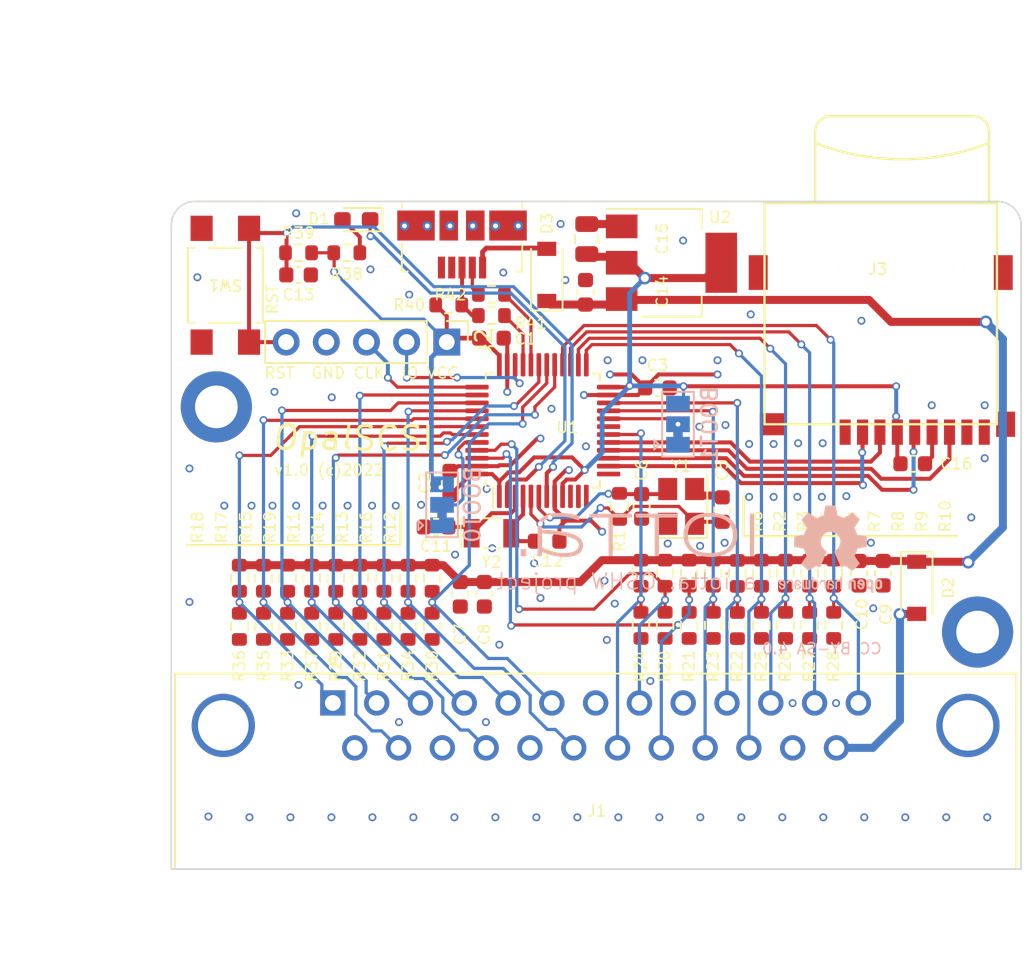
<source format=kicad_pcb>
(kicad_pcb (version 20211014) (generator pcbnew)
  (layers (0 "F.Cu" signal) (31 "B.Cu" signal) (34 "B.Paste" user) (35 "F.Paste" user) (36 "B.SilkS" user "B.Silkscreen") (37 "F.SilkS" user "F.Silkscreen") (38 "B.Mask" user) (39 "F.Mask" user) (44 "Edge.Cuts" user))
  (net 0 "")
  (net 1 "GND")
  (net 2 "/SCSI_REQ")
  (net 3 "/SCSI_MSG")
  (net 4 "/SCSI_IO")
  (net 5 "/SCSI_RST")
  (net 6 "/SCSI_ACK")
  (net 7 "/SCSI_BSY")
  (net 8 "/SCSI_DAT0")
  (net 9 "/SCSI_DAT3")
  (net 10 "/SCSI_DAT5")
  (net 11 "/SCSI_DAT6")
  (net 12 "/SCSI_DAT7")
  (net 13 "/SCSI_CD")
  (net 14 "/SCSI_ATN")
  (net 15 "/SCSI_SEL")
  (net 16 "/SCSI_DBP")
  (net 17 "/SCSI_DAT1")
  (net 18 "/SCSI_DAT2")
  (net 19 "/SCSI_DAT4")
  (net 20 "/TERM_PWR")
  (net 21 "+5V")
  (net 22 "/PC13_LED")
  (net 23 "/LFXO1")
  (net 24 "/LFXO2")
  (net 25 "/HFXO1")
  (net 26 "/HFXO2")
  (net 27 "/~{RESET}")
  (net 28 "/BOOT1")
  (net 29 "/BOOT0")
  (net 30 "/SD_CS")
  (net 31 "/SD_MOSI")
  (net 32 "/SD_CLK")
  (net 33 "/SD_MISO")
  (net 34 "VCC")
  (net 35 "Net-(D1-Pad2)")
  (net 36 "/SWD_IO")
  (net 37 "/SWD_CLK")
  (net 38 "/USB_D+")
  (net 39 "/USB_D-")
  (net 40 "Net-(TP1-Pad1)")
  (net 41 "Net-(TP2-Pad1)")
  (net 42 "Net-(TP3-Pad1)")
  (net 43 "Net-(TP4-Pad1)")
  (net 44 "Net-(TP5-Pad1)")
  (net 45 "Net-(D3-Pad2)")
  (net 48 "Net-(J4-Pad2)")
  (net 49 "Net-(J4-Pad3)")
  (footprint "Capacitor_SMD:C_0603_1608Metric" (layer "F.Cu") (at 125.65 78.1 180)
    (fp_text reference "C16")
    (fp_text value "100n")
  )
  (footprint "Resistor_SMD:R_0603_1608Metric" (layer "F.Cu") (at 99 68.725)
    (fp_text reference "R41")
    (fp_text value "20")
  )
  (footprint "Crystal:Crystal_SMD_3225-4Pin_3.2x2.5mm" (layer "F.Cu") (at 111 80.8 90)
    (fp_text reference "Y1")
    (fp_text value "8Mhz")
  )
  (footprint "Resistor_SMD:R_0603_1608Metric" (layer "F.Cu") (at 89.85 64.75 180)
    (fp_text reference "R38")
    (fp_text value "300")
  )
  (footprint "Capacitor_SMD:C_0603_1608Metric" (layer "F.Cu") (at 98.552 86.36 -90)
    (fp_text reference "C8")
    (fp_text value "1u")
  )
  (footprint "Button_Switch_SMD:SW_SPST_TL3305B" (layer "F.Cu") (at 82.169 66.802 90)
    (fp_text reference "SW1")
    (fp_text value "RST")
  )
  (footprint "Resistor_SMD:R_0603_1608Metric" (layer "F.Cu") (at 90.678 88.392 90)
    (fp_text reference "R32")
    (fp_text value "330")
  )
  (footprint "Crystal:Crystal_SMD_MicroCrystal_CC7V-T1A-2Pin_3.2x1.5mm" (layer "F.Cu") (at 99 82.5)
    (fp_text reference "Y2")
    (fp_text value "CM7V-T1A-32.768k-9pF-20PPM-TA-QA T3")
  )
  (footprint "MountingHole:MountingHole_2.7mm_M2.5_ISO14580_Pad" (layer "F.Cu") (at 81.6 74.5)
    (fp_text reference "H2" hide)
    (fp_text value "MH")
  )
  (footprint "Resistor_SMD:R_0603_1608Metric" (layer "F.Cu") (at 108.458 88.329 90)
    (fp_text reference "R24")
    (fp_text value "330")
  )
  (footprint "Resistor_SMD:R_0603_1608Metric" (layer "F.Cu") (at 111.506 85.027 -90)
    (fp_text reference "R3")
    (fp_text value "220")
  )
  (footprint "Capacitor_SMD:C_0603_1608Metric" (layer "F.Cu") (at 122.25 85.026999 90)
    (fp_text reference "C10")
    (fp_text value "100n")
  )
  (footprint "Capacitor_SMD:C_0603_1608Metric" (layer "F.Cu") (at 104.95 67.25 90)
    (fp_text reference "C14")
    (fp_text value "10u")
  )
  (footprint "iotta_footprints:USB_Micro-B_2_Holes" (layer "F.Cu") (at 97.14 64.225 180)
    (fp_text reference "J4" hide)
    (fp_text value "USB_B_Micro")
  )
  (footprint "Resistor_SMD:R_0603_1608Metric" (layer "F.Cu") (at 107.1 80.8 90)
    (fp_text reference "R1")
    (fp_text value "1M")
  )
  (footprint "Capacitor_SMD:C_0603_1608Metric" (layer "F.Cu") (at 96.375 79.325 -90)
    (fp_text reference "C2")
    (fp_text value "100n")
  )
  (footprint "Resistor_SMD:R_0603_1608Metric" (layer "F.Cu") (at 95.250001 85.344 -90)
    (fp_text reference "R12")
    (fp_text value "220")
  )
  (footprint "Resistor_SMD:R_0603_1608Metric" (layer "F.Cu") (at 96.3 68.05)
    (fp_text reference "R40")
    (fp_text value "1.5k")
  )
  (footprint "Resistor_SMD:R_0603_1608Metric" (layer "F.Cu") (at 117.602 88.328999 90)
    (fp_text reference "R26")
    (fp_text value "330")
  )
  (footprint "Resistor_SMD:R_0603_1608Metric" (layer "F.Cu") (at 86.106 88.392001 90)
    (fp_text reference "R33")
    (fp_text value "330")
  )
  (footprint "Capacitor_SMD:C_0603_1608Metric" (layer "F.Cu") (at 109.5 73.3)
    (fp_text reference "C3")
    (fp_text value "100n")
  )
  (footprint "Resistor_SMD:R_0603_1608Metric" (layer "F.Cu") (at 89.154 88.392001 90)
    (fp_text reference "R29")
    (fp_text value "330")
  )
  (footprint "Capacitor_SMD:C_0603_1608Metric" (layer "F.Cu") (at 123.774 85.026999 -90)
    (fp_text reference "C9")
    (fp_text value "1u")
  )
  (footprint "Resistor_SMD:R_0603_1608Metric" (layer "F.Cu") (at 117.602001 85.026999 -90)
    (fp_text reference "R8")
    (fp_text value "220")
  )
  (footprint "Resistor_SMD:R_0603_1608Metric" (layer "F.Cu") (at 120.65 88.329 90)
    (fp_text reference "R28")
    (fp_text value "330")
  )
  (footprint "Resistor_SMD:R_0603_1608Metric" (layer "F.Cu") (at 83.058 88.392 90)
    (fp_text reference "R36")
    (fp_text value "330")
  )
  (footprint "Resistor_SMD:R_0603_1608Metric" (layer "F.Cu") (at 87.63 88.392001 90)
    (fp_text reference "R37")
    (fp_text value "330")
  )
  (footprint "Resistor_SMD:R_0603_1608Metric" (layer "F.Cu") (at 86.105999 85.344001 -90)
    (fp_text reference "R15")
    (fp_text value "220")
  )
  (footprint "Resistor_SMD:R_0603_1608Metric" (layer "F.Cu") (at 113.03 88.329 90)
    (fp_text reference "R23")
    (fp_text value "330")
  )
  (footprint "Resistor_SMD:R_0603_1608Metric" (layer "F.Cu") (at 119.126 88.328999 90)
    (fp_text reference "R27")
    (fp_text value "330")
  )
  (footprint "Diode_SMD:D_SOD-123" (layer "F.Cu") (at 125.9 85.95 -90)
    (fp_text reference "D2")
    (fp_text value "1A schottky (e.g. SS0540)")
  )
  (footprint "Diode_SMD:D_SOD-123" (layer "F.Cu") (at 102.5 66.15 90)
    (fp_text reference "D3")
    (fp_text value "1A schottky (e.g. SS0540)")
  )
  (footprint "Connector_Dsub:DSUB-25_Male_Horizontal_P2.77x2.84mm_EdgePinOffset7.70mm_Housed_MountingHolesOffset9.12mm" (layer "F.Cu") (at 88.97 93.24)
    (fp_text reference "J1")
    (fp_text value "Amphenol L717SDB25PA4CH3R")
  )
  (footprint "Resistor_SMD:R_0603_1608Metric" (layer "F.Cu") (at 109.982001 88.329 90)
    (fp_text reference "R20")
    (fp_text value "330")
  )
  (footprint "Resistor_SMD:R_0603_1608Metric" (layer "F.Cu") (at 99 67.375)
    (fp_text reference "R42")
    (fp_text value "20")
  )
  (footprint "Resistor_SMD:R_0603_1608Metric" (layer "F.Cu") (at 120.65 85.026999 -90)
    (fp_text reference "R10")
    (fp_text value "220")
  )
  (footprint "Resistor_SMD:R_0603_1608Metric" (layer "F.Cu") (at 113.03 85.027 -90)
    (fp_text reference "R5")
    (fp_text value "220")
  )
  (footprint "Capacitor_SMD:C_0603_1608Metric" (layer "F.Cu") (at 97.028 86.36 90)
    (fp_text reference "C7")
    (fp_text value "100n")
  )
  (footprint "Package_QFP:LQFP-48_7x7mm_P0.5mm" (layer "F.Cu") (at 102.25 76 90)
    (fp_text reference "U1")
    (fp_text value "STM32F103CBTx")
  )
  (footprint "Resistor_SMD:R_0603_1608Metric" (layer "F.Cu") (at 109.982 85.027 -90)
    (fp_text reference "R2")
    (fp_text value "220")
  )
  (footprint "Resistor_SMD:R_0603_1608Metric" (layer "F.Cu") (at 95.25 88.392 90)
    (fp_text reference "R30")
    (fp_text value "330")
  )
  (footprint "iotta_footprints:Micro_SD_socket_Ebay" (layer "F.Cu") (at 123.623 65.6 180)
    (fp_text reference "J3")
    (fp_text value "Micro_SD_Card")
  )
  (footprint "Resistor_SMD:R_0603_1608Metric" (layer "F.Cu") (at 119.126 85.026999 -90)
    (fp_text reference "R9")
    (fp_text value "220")
  )
  (footprint "Resistor_SMD:R_0603_1608Metric" (layer "F.Cu") (at 90.677999 85.344 -90)
    (fp_text reference "R14")
    (fp_text value "220")
  )
  (footprint "Resistor_SMD:R_0603_1608Metric" (layer "F.Cu") (at 116.078 88.328999 90)
    (fp_text reference "R25")
    (fp_text value "330")
  )
  (footprint "Resistor_SMD:R_0603_1608Metric" (layer "F.Cu") (at 92.202001 85.344 -90)
    (fp_text reference "R13")
    (fp_text value "220")
  )
  (footprint "Resistor_SMD:R_0603_1608Metric" (layer "F.Cu") (at 93.726001 85.344 -90)
    (fp_text reference "R16")
    (fp_text value "220")
  )
  (footprint "Resistor_SMD:R_0603_1608Metric" (layer "F.Cu") (at 83.057999 85.344 -90)
    (fp_text reference "R18")
    (fp_text value "220")
  )
  (footprint "Resistor_SMD:R_0603_1608Metric" (layer "F.Cu") (at 108.458 85.026999 -90)
    (fp_text reference "R6")
    (fp_text value "220")
  )
  (footprint "Capacitor_SMD:C_0603_1608Metric" (layer "F.Cu") (at 95.5 82.1 180)
    (fp_text reference "C11")
    (fp_text value "12pF")
  )
  (footprint "Resistor_SMD:R_0603_1608Metric" (layer "F.Cu") (at 116.078 85.026999 -90)
    (fp_text reference "R7")
    (fp_text value "220")
  )
  (footprint "Resistor_SMD:R_0603_1608Metric" (layer "F.Cu") (at 93.726 88.392 90)
    (fp_text reference "R34")
    (fp_text value "330")
  )
  (footprint "Resistor_SMD:R_0603_1608Metric" (layer "F.Cu") (at 89.153999 85.344001 -90)
    (fp_text reference "R11")
    (fp_text value "220")
  )
  (footprint "Resistor_SMD:R_0603_1608Metric" (layer "F.Cu") (at 87.63 85.344002 -90)
    (fp_text reference "R19")
    (fp_text value "220")
  )
  (footprint "Connector_PinHeader_2.54mm:PinHeader_1x05_P2.54mm_Vertical" (layer "F.Cu") (at 96.175 70.4 -90)
    (fp_text reference "J2")
    (fp_text value "PGM")
  )
  (footprint "Capacitor_SMD:C_0603_1608Metric" (layer "F.Cu") (at 108.5 80.8 -90)
    (fp_text reference "C6")
    (fp_text value "18p")
  )
  (footprint "Capacitor_SMD:C_0805_2012Metric" (layer "F.Cu") (at 105.029 63.881 90)
    (fp_text reference "C15")
    (fp_text value "22u")
  )
  (footprint "MountingHole:MountingHole_2.7mm_M2.5_ISO14580_Pad" (layer "F.Cu") (at 129.75 88.75)
    (fp_text reference "H1" hide)
    (fp_text value "MH")
  )
  (footprint "Resistor_SMD:R_0603_1608Metric" (layer "F.Cu") (at 84.582 88.392001 90)
    (fp_text reference "R35")
    (fp_text value "330")
  )
  (footprint "Resistor_SMD:R_0603_1608Metric" (layer "F.Cu") (at 114.554001 85.0392 -90)
    (fp_text reference "R4")
    (fp_text value "220")
  )
  (footprint "Resistor_SMD:R_0603_1608Metric" (layer "F.Cu") (at 86.8 64.75)
    (fp_text reference "R39")
    (fp_text value "10k")
  )
  (footprint "Capacitor_SMD:C_0603_1608Metric" (layer "F.Cu") (at 102.525 83)
    (fp_text reference "C12")
    (fp_text value "12pF")
  )
  (footprint "Resistor_SMD:R_0603_1608Metric" (layer "F.Cu") (at 92.202 88.392 90)
    (fp_text reference "R31")
    (fp_text value "330")
  )
  (footprint "Resistor_SMD:R_0603_1608Metric" (layer "F.Cu") (at 111.505999 88.329 90)
    (fp_text reference "R21")
    (fp_text value "330")
  )
  (footprint "Resistor_SMD:R_0603_1608Metric" (layer "F.Cu") (at 84.582001 85.344001 -90)
    (fp_text reference "R17")
    (fp_text value "220")
  )
  (footprint "Capacitor_SMD:C_0603_1608Metric" (layer "F.Cu") (at 99 70.15 180)
    (fp_text reference "C1")
    (fp_text value "100n")
  )
  (footprint "LED_SMD:LED_0603_1608Metric_Pad1.05x0.95mm_HandSolder" (layer "F.Cu") (at 90.45 62.65 180)
    (fp_text reference "D1")
    (fp_text value "LED")
  )
  (footprint "Capacitor_SMD:C_0603_1608Metric" (layer "F.Cu") (at 113.6 81 90)
    (fp_text reference "C5")
    (fp_text value "18p")
  )
  (footprint "Capacitor_SMD:C_0603_1608Metric" (layer "F.Cu") (at 86.8 66.15)
    (fp_text reference "C13")
    (fp_text value "1u")
  )
  (footprint "Resistor_SMD:R_0603_1608Metric" (layer "F.Cu") (at 114.554 88.3412 90)
    (fp_text reference "R22")
    (fp_text value "330")
  )
  (footprint "Package_TO_SOT_SMD:SOT-223-3_TabPin2" (layer "F.Cu") (at 110.3884 65.3796)
    (fp_text reference "U2")
    (fp_text value "LT1117-3.3")
  )
  (footprint "Jumper:SolderJumper-3_P1.3mm_Bridged12_Pad1.0x1.5mm" (layer "B.Cu") (at 110.8 75.6 90)
    (fp_text reference "JP2" hide)
    (fp_text value "BOOT1")
  )
  (footprint "iotta_footprints_v6:iotta_logo_15mm" (layer "B.Cu") (at 108.25 82.6 180)
    (fp_text reference "G***" hide)
    (fp_text value "LOGO" hide)
  )
  (footprint "Symbol:OSHW-Logo2_7.3x6mm_SilkScreen" (layer "B.Cu") (at 120.45 83.5 180)
    (fp_text reference "REF**" hide)
    (fp_text value "OSHW-Logo2_7.3x6mm_SilkScreen" hide)
  )
  (footprint "Jumper:SolderJumper-3_P1.3mm_Bridged12_Pad1.0x1.5mm" (layer "B.Cu") (at 95.875 80.7 90)
    (fp_text reference "JP1" hide)
    (fp_text value "BOOT0")
  )
  (gr_line (start 79.75 83.25) (end 93.25 83.25) (layer "F.SilkS") (width 0.15))
  (gr_line (start 114.9505 80.174999) (end 114.9505 82.674999) (layer "F.SilkS") (width 0.15))
  (gr_line (start 93.25 80.75) (end 93.25 83.25) (layer "F.SilkS") (width 0.15))
  (gr_line (start 114.9505 82.674999) (end 128.4505 82.674999) (layer "F.SilkS") (width 0.15))
  (gr_line (start 78.75 103.75) (end 132.5 103.75) (layer "Edge.Cuts") (width 0.1))
  (gr_line (start 78.75 63) (end 78.75 103.75) (layer "Edge.Cuts") (width 0.1))
  (gr_line (start 132.5 103.75) (end 132.5 63) (layer "Edge.Cuts") (width 0.1))
  (gr_arc (start 78.75 63) (mid 79.18934 61.93934) (end 80.25 61.5) (layer "Edge.Cuts") (width 0.1))
  (gr_arc (start 131 61.5) (mid 132.06066 61.93934) (end 132.5 63) (layer "Edge.Cuts") (width 0.1))
  (gr_line (start 131 61.5) (end 80.25 61.5) (layer "Edge.Cuts") (width 0.1))
  (gr_text "CC BY-SA 4.0" (at 119.9 89.8) (layer "B.SilkS") (effects (font (size 0.7 0.7) (thickness 0.1)) (justify mirror)))
  (gr_text "a iotta. OSHW project\n" (at 115.85 85.55) (layer "B.SilkS") (effects (font (size 1 1) (thickness 0.1)) (justify left mirror)))
  (gr_text "v1.0 (c)2022 " (at 89 78.5) (layer "F.SilkS") (effects (font (size 0.7 0.7) (thickness 0.1))))
  (gr_text "SCSI" (at 92.8 76.5) (layer "F.SilkS") (effects (font (size 1.5 1.5) (thickness 0.2))))
  (gr_text "Opal" (at 87.7 76.45) (layer "F.SilkS") (effects (font (size 1.5 1.5) (thickness 0.2) italic)))
  (gr_text "RST  GND CLK  IO VCC" (at 90.775 72.35) (layer "F.SilkS") (effects (font (size 0.7 0.7) (thickness 0.1))))
  (segment (start 105.3 81.7) (end 106 82.4) (width 0.254) (layer "F.Cu") (net 1))
  (segment (start 100 71.8375) (end 100 73.55672) (width 0.254) (layer "F.Cu") (net 1))
  (segment (start 100.209501 78.190499) (end 99.509501 78.190499) (width 0.254) (layer "F.Cu") (net 1))
  (segment (start 103 80.1625) (end 103 79.215139) (width 0.254) (layer "F.Cu") (net 1))
  (segment (start 113.4866 80.1116) (end 113.6 80.225) (width 0.508) (layer "F.Cu") (net 1))
  (segment (start 109.575 72.45) (end 113.3 72.45) (width 0.254) (layer "F.Cu") (net 1))
  (segment (start 100 70.2) (end 99.775 69.975) (width 0.254) (layer "F.Cu") (net 1))
  (segment (start 106.4125 73.75) (end 108.275 73.75) (width 0.254) (layer "F.Cu") (net 1))
  (segment (start 99.45 78.25) (end 98.0875 78.25) (width 0.254) (layer "F.Cu") (net 1))
  (segment (start 103.7 81.7) (end 103.731486 81.7) (width 0.254) (layer "F.Cu") (net 1))
  (segment (start 126.873 77.652) (end 126.425 78.1) (width 0.254) (layer "F.Cu") (net 1))
  (segment (start 107.875 72.45) (end 106.5 72.45) (width 0.254) (layer "F.Cu") (net 1))
  (segment (start 103.5 81.468514) (end 103 80.968514) (width 0.254) (layer "F.Cu") (net 1))
  (segment (start 106.4125 73.75) (end 104.85 73.75) (width 0.254) (layer "F.Cu") (net 1))
  (segment (start 103 79.215139) (end 103.715139 78.5) (width 0.254) (layer "F.Cu") (net 1))
  (segment (start 98.0875 78.25) (end 96.9 78.25) (width 0.254) (layer "F.Cu") (net 1))
  (segment (start 103.5 81.9) (end 103.5 81.468514) (width 0.254) (layer "F.Cu") (net 1))
  (segment (start 101.9 76.5) (end 100.209501 78.190499) (width 0.254) (layer "F.Cu") (net 1))
  (segment (start 111.85 79.7) (end 112.2616 80.1116) (width 0.508) (layer "F.Cu") (net 1))
  (segment (start 103.715139 78.5) (end 103.9 78.5) (width 0.254) (layer "F.Cu") (net 1))
  (segment (start 105.029 62.931) (end 107.0898 62.931) (width 0.508) (layer "F.Cu") (net 1))
  (segment (start 103.3 83) (end 103.3 82.1) (width 0.254) (layer "F.Cu") (net 1))
  (segment (start 96.9 78.25) (end 96.375 78.775) (width 0.254) (layer "F.Cu") (net 1))
  (segment (start 112.2616 80.1116) (end 113.4866 80.1116) (width 0.508) (layer "F.Cu") (net 1))
  (segment (start 103.3 82.1) (end 103.5 81.9) (width 0.254) (layer "F.Cu") (net 1))
  (segment (start 126.873 76.1) (end 126.873 77.652) (width 0.254) (layer "F.Cu") (net 1))
  (segment (start 103 80.968514) (end 103 80.1625) (width 0.254) (layer "F.Cu") (net 1))
  (segment (start 108.275 73.75) (end 108.725 73.3) (width 0.254) (layer "F.Cu") (net 1))
  (segment (start 100 71.8375) (end 100 70.2) (width 0.254) (layer "F.Cu") (net 1))
  (segment (start 108.725 73.3) (end 107.875 72.45) (width 0.254) (layer "F.Cu") (net 1))
  (segment (start 108.725 73.3) (end 109.575 72.45) (width 0.254) (layer "F.Cu") (net 1))
  (segment (start 102.1 76.5) (end 101.9 76.5) (width 0.254) (layer "F.Cu") (net 1))
  (segment (start 103 80.968514) (end 103.731486 81.7) (width 0.254) (layer "F.Cu") (net 1))
  (segment (start 107.0898 62.931) (end 107.2384 63.0796) (width 0.508) (layer "F.Cu") (net 1))
  (segment (start 103.731486 81.7) (end 105.3 81.7) (width 0.254) (layer "F.Cu") (net 1))
  (segment (start 99.509501 78.190499) (end 99.45 78.25) (width 0.254) (layer "F.Cu") (net 1))
  (segment (start 103.3 82.1) (end 103.7 81.7) (width 0.254) (layer "F.Cu") (net 1))
  (via (at 99.75 66) (size 0.5) (drill 0.3) (layers "F.Cu" "B.Cu") (net 1))
  (via (at 88.877893 100.475) (size 0.5) (drill 0.3) (layers "F.Cu" "B.Cu") (net 1))
  (via (at 118.4 76.8) (size 0.5) (drill 0.3) (layers "F.Cu" "B.Cu") (net 1))
  (via (at 82.1 80.75) (size 0.5) (drill 0.3) (layers "F.Cu" "B.Cu") (net 1))
  (via (at 88.9 73.9) (size 0.5) (drill 0.3) (layers "F.Cu" "B.Cu") (net 1))
  (via (at 96.7 83.85) (size 0.5) (drill 0.3) (layers "F.Cu" "B.Cu") (net 1))
  (via (at 101.7 84.4) (size 0.5) (drill 0.3) (layers "F.Cu" "B.Cu") (net 1))
  (via (at 106.5 72.45) (size 0.5) (drill 0.3) (layers "F.Cu" "B.Cu") (net 1))
  (via (at 111.125 63.975) (size 0.5) (drill 0.3) (layers "F.Cu" "B.Cu") (net 1))
  (via (at 106.35 71.55) (size 0.5) (drill 0.3) (layers "F.Cu" "B.Cu") (net 1))
  (via (at 98.65 94.45) (size 0.5) (drill 0.3) (layers "F.Cu" "B.Cu") (net 1))
  (via (at 112.211572 100.475) (size 0.5) (drill 0.3) (layers "F.Cu" "B.Cu") (net 1))
  (via (at 116.85 80.2) (size 0.5) (drill 0.3) (layers "F.Cu" "B.Cu") (net 1))
  (via (at 100 73.55672) (size 0.5) (drill 0.3) (layers "F.Cu" "B.Cu") (net 1))
  (via (at 103.375 62.925) (size 0.5) (drill 0.3) (layers "F.Cu" "B.Cu") (net 1))
  (via (at 113.3 71.55) (size 0.5) (drill 0.3) (layers "F.Cu" "B.Cu") (net 1))
  (via (at 110.15 83.15) (size 0.5) (drill 0.3) (layers "F.Cu" "B.Cu") (net 1))
  (via (at 102.1 86.6) (size 0.5) (drill 0.3) (layers "F.Cu" "B.Cu") (net 1))
  (via (at 116.85 76.85) (size 0.5) (drill 0.3) (layers "F.Cu" "B.Cu") (net 1))
  (via (at 118.05 93.25) (size 0.5) (drill 0.3) (layers "F.Cu" "B.Cu") (net 1))
  (via (at 113.3 72.45) (size 0.5) (drill 0.3) (layers "F.Cu" "B.Cu") (net 1))
  (via (at 120.8 93.25) (size 0.5) (drill 0.3) (layers "F.Cu" "B.Cu") (net 1))
  (via (at 93.15 94.45) (size 0.5) (drill 0.3) (layers "F.Cu" "B.Cu") (net 1))
  (via (at 102.8 74.625) (size 0.5) (drill 0.3) (layers "F.Cu" "B.Cu") (net 1))
  (via (at 114.804203 100.475) (size 0.5) (drill 0.3) (layers "F.Cu" "B.Cu") (net 1))
  (via (at 93.8 67.4) (size 0.5) (drill 0.3) (layers "F.Cu" "B.Cu") (net 1))
  (via (at 85.15 80.75) (size 0.5) (drill 0.3) (layers "F.Cu" "B.Cu") (net 1))
  (via (at 79.9 78.4) (size 0.5) (drill 0.3) (layers "F.Cu" "B.Cu") (net 1))
  (via (at 97.82 63.05) (size 0.6) (drill 0.3) (layers "F.Cu" "B.Cu") (net 1))
  (via (at 94.55 80.7) (size 0.5) (drill 0.3) (layers "F.Cu" "B.Cu") (net 1))
  (via (at 123.15 87.25) (size 0.5) (drill 0.3) (layers "F.Cu" "B.Cu") (net 1))
  (via (at 91.35 65.8) (size 0.5) (drill 0.3) (layers "F.Cu" "B.Cu") (net 1))
  (via (at 94.063155 100.475) (size 0.5) (drill 0.3) (layers "F.Cu" "B.Cu") (net 1))
  (via (at 89.9 80.75) (size 0.5) (drill 0.3) (layers "F.Cu" "B.Cu") (net 1))
  (via (at 104.433679 100.475) (size 0.5) (drill 0.3) (layers "F.Cu" "B.Cu") (net 1))
  (via (at 104.975 77) (size 0.5) (drill 0.3) (layers "F.Cu" "B.Cu") (net 1))
  (via (at 86.8 92.1) (size 0.5) (drill 0.3) (layers "F.Cu" "B.Cu") (net 1))
  (via (at 96.655786 100.475) (size 0.5) (drill 0.3) (layers "F.Cu" "B.Cu") (net 1))
  (via (at 93.5 63.05) (size 0.6) (drill 0.3) (layers "F.Cu" "B.Cu") (net 1))
  (via (at 130.2 77.75) (size 0.5) (drill 0.3) (layers "F.Cu" "B.Cu") (net 1))
  (via (at 80.4 66.3) (size 0.5) (drill 0.3) (layers "F.Cu" "B.Cu") (net 1))
  (via (at 86.65 62.25) (size 0.5) (drill 0.3) (layers "F.Cu" "B.Cu") (net 1))
  (via (at 106 82.4) (size 0.5) (drill 0.3) (layers "F.Cu" "B.Cu") (net 1))
  (via (at 86.65 80.75) (size 0.5) (drill 0.3) (layers "F.Cu" "B.Cu") (net 1))
  (via (at 103.675 66.475) (size 0.5) (drill 0.3) (layers "F.Cu" "B.Cu") (net 1))
  (via (at 112.2 83.3) (size 0.5) (drill 0.3) (layers "F.Cu" "B.Cu") (net 1))
  (via (at 99.248417 100.475) (size 0.5) (drill 0.3) (layers "F.Cu" "B.Cu") (net 1))
  (via (at 108.55 71.55) (size 0.5) (drill 0.3) (layers "F.Cu" "B.Cu") (net 1))
  (via (at 94.94 63.05) (size 0.6) (drill 0.3) (layers "F.Cu" "B.Cu") (net 1))
  (via (at 122.582096 100.475) (size 0.5) (drill 0.3) (layers "F.Cu" "B.Cu") (net 1))
  (via (at 99.26 63.05) (size 0.6) (drill 0.3) (layers "F.Cu" "B.Cu") (net 1))
  (via (at 123 83.1) (size 0.5) (drill 0.3) (layers "F.Cu" "B.Cu") (net 1))
  (via (at 81.1 100.425) (size 0.5) (drill 0.3) (layers "F.Cu" "B.Cu") (net 1))
  (via (at 96.38 63.05) (size 0.6) (drill 0.3) (layers "F.Cu" "B.Cu") (net 1))
  (via (at 115.4 68.65) (size 0.5) (drill 0.3) (layers "F.Cu" "B.Cu") (net 1))
  (via (at 99.5 89.55) (size 0.5) (drill 0.3) (layers "F.Cu" "B.Cu") (net 1))
  (via (at 113.8 75.65) (size 0.5) (drill 0.3) (layers "F.Cu" "B.Cu") (net 1))
  (via (at 100.7 63.05) (size 0.6) (drill 0.3) (layers "F.Cu" "B.Cu") (net 1))
  (via (at 109.05 91.85) (size 0.5) (drill 0.3) (layers "F.Cu" "B.Cu") (net 1))
  (via (at 113.75 83.1) (size 0.5) (drill 0.3) (layers "F.Cu" "B.Cu") (net 1))
  (via (at 119.95 76.8) (size 0.5) (drill 0.3) (layers "F.Cu" "B.Cu") (net 1))
  (via (at 115.3 80.2) (size 0.5) (drill 0.3) (layers "F.Cu" "B.Cu") (net 1))
  (via (at 112.15 75.75) (size 0.5) (drill 0.3) (layers "F.Cu" "B.Cu") (net 1))
  (via (at 83.825 80.75) (size 0.5) (drill 0.3) (layers "F.Cu" "B.Cu") (net 1))
  (via (at 106.3 89.25) (size 0.5) (drill 0.3) (layers "F.Cu" "B.Cu") (net 1))
  (via (at 91.470524 100.475) (size 0.5) (drill 0.3) (layers "F.Cu" "B.Cu") (net 1))
  (via (at 88.325 80.75) (size 0.5) (drill 0.3) (layers "F.Cu" "B.Cu") (net 1))
  (via (at 85.275 73.55) (size 0.5) (drill 0.3) (layers "F.Cu" "B.Cu") (net 1))
  (via (at 104.85 73.75) (size 0.5) (drill 0.3) (layers "F.Cu" "B.Cu") (net 1))
  (via (at 118.35 80.2) (size 0.5) (drill 0.3) (layers "F.Cu" "B.Cu") (net 1))
  (via (at 126.85 74.4) (size 0.5) (drill 0.3) (layers "F.Cu" "B.Cu") (net 1))
  (via (at 119.989465 100.475) (size 0.5) (drill 0.3) (layers "F.Cu" "B.Cu") (net 1))
  (via (at 101.841048 100.475) (size 0.5) (drill 0.3) (layers "F.Cu" "B.Cu") (net 1))
  (via (at 106.8 86.95) (size 0.5) (drill 0.3) (layers "F.Cu" "B.Cu") (net 1))
  (via (at 102.1 76.5) (size 0.5) (drill 0.3) (layers "F.Cu" "B.Cu") (net 1))
  (via (at 130.36 100.475) (size 0.5) (drill 0.3) (layers "F.Cu" "B.Cu") (net 1))
  (via (at 122.4 69.05) (size 0.5) (drill 0.3) (layers "F.Cu" "B.Cu") (net 1))
  (via (at 119.9 80.2) (size 0.5) (drill 0.3) (layers "F.Cu" "B.Cu") (net 1))
  (via (at 125.174727 100.475) (size 0.5) (drill 0.3) (layers "F.Cu" "B.Cu") (net 1))
  (via (at 106.15 85.5) (size 0.5) (drill 0.3) (layers "F.Cu" "B.Cu") (net 1))
  (via (at 129.35 81.5) (size 0.5) (drill 0.3) (layers "F.Cu" "B.Cu") (net 1))
  (via (at 92.95 80.75) (size 0.5) (drill 0.3) (layers "F.Cu" "B.Cu") (net 1))
  (via (at 115.3 76.85) (size 0.5) (drill 0.3) (layers "F.Cu" "B.Cu") (net 1))
  (via (at 121.45 80.15) (size 0.5) (drill 0.3) (layers "F.Cu" "B.Cu") (net 1))
  (via (at 109.618941 100.475) (size 0.5) (drill 0.3) (layers "F.Cu" "B.Cu") (net 1))
  (via (at 79.9 86.85) (size 0.5) (drill 0.3) (layers "F.Cu" "B.Cu") (net 1))
  (via (at 130.2 74.4) (size 0.5) (drill 0.3) (layers "F.Cu" "B.Cu") (net 1))
  (via (at 103.9 78.5) (size 0.5) (drill 0.3) (layers "F.Cu" "B.Cu") (net 1))
  (via (at 127.767358 100.475) (size 0.5) (drill 0.3) (layers "F.Cu" "B.Cu") (net 1))
  (via (at 99.05 83.45) (size 0.5) (drill 0.3) (layers "F.Cu" "B.Cu") (net 1))
  (via (at 83.692631 100.475) (size 0.5) (drill 0.3) (layers "F.Cu" "B.Cu") (net 1))
  (via (at 86.285262 100.475) (size 0.5) (drill 0.3) (layers "F.Cu" "B.Cu") (net 1))
  (via (at 117.396834 100.475) (size 0.5) (drill 0.3) (layers "F.Cu" "B.Cu") (net 1))
  (via (at 91.45 80.75) (size 0.5) (drill 0.3) (layers "F.Cu" "B.Cu") (net 1))
  (via (at 107.02631 100.475) (size 0.5) (drill 0.3) (layers "F.Cu" "B.Cu") (net 1))
  (via (at 98.7 79.7) (size 0.5) (drill 0.3) (layers "F.Cu" "B.Cu") (net 1))
  (segment (start 86.855899 75.754901) (end 85.0392 77.5716) (width 0.2032) (layer "F.Cu") (net 2))
  (segment (start 95.793961 75.747225) (end 95.786286 75.754901) (width 0.2032) (layer "F.Cu") (net 2))
  (segment (start 83.057999 86.169) (end 83.058 87.567) (width 0.2032) (layer "F.Cu") (net 2))
  (segment (start 98.084725 75.747225) (end 95.793961 75.747225) (width 0.2032) (layer "F.Cu") (net 2))
  (segment (start 98.0875 75.75) (end 98.084725 75.747225) (width 0.2032) (layer "F.Cu") (net 2))
  (segment (start 95.786286 75.754901) (end 86.855899 75.754901) (width 0.2032) (layer "F.Cu") (net 2))
  (segment (start 85.0392 77.5716) (end 83.058 77.5716) (width 0.2032) (layer "F.Cu") (net 2))
  (via (at 83.058 77.5716) (size 0.5) (drill 0.3) (layers "F.Cu" "B.Cu") (net 2))
  (via (at 83.058 86.868) (size 0.5) (drill 0.3) (layers "F.Cu" "B.Cu") (net 2))
  (segment (start 88.97 93.24) (end 88.275 92.545) (width 0.2032) (layer "B.Cu") (net 2))
  (segment (start 88.275 92.545) (end 88.275 92.085) (width 0.2032) (layer "B.Cu") (net 2))
  (segment (start 83.058 86.868) (end 83.058 77.5716) (width 0.2032) (layer "B.Cu") (net 2))
  (segment (start 88.275 92.085) (end 83.058 86.868) (width 0.2032) (layer "B.Cu") (net 2))
  (segment (start 86.105999 86.169001) (end 86.106 87.567001) (width 0.2032) (layer "F.Cu") (net 3))
  (segment (start 98.0875 74.25) (end 93.1 74.25) (width 0.2032) (layer "F.Cu") (net 3))
  (segment (start 93.1 74.25) (end 92.6232 74.7268) (width 0.2032) (layer "F.Cu") (net 3))
  (segment (start 92.6232 74.7268) (end 85.7504 74.7268) (width 0.2032) (layer "F.Cu") (net 3))
  (via (at 86.106 86.868) (size 0.5) (drill 0.3) (layers "F.Cu" "B.Cu") (net 3))
  (via (at 85.7504 74.7268) (size 0.5) (drill 0.3) (layers "F.Cu" "B.Cu") (net 3))
  (segment (start 86.106 86.868) (end 85.75 86.512) (width 0.2032) (layer "B.Cu") (net 3))
  (segment (start 85.75 86.512) (end 85.75 74.7272) (width 0.2032) (layer "B.Cu") (net 3))
  (segment (start 91.74 93.24) (end 91.075 92.575) (width 0.2032) (layer "B.Cu") (net 3))
  (segment (start 85.75 74.7272) (end 85.7504 74.7268) (width 0.2032) (layer "B.Cu") (net 3))
  (segment (start 91.075 91.837) (end 86.106 86.868) (width 0.2032) (layer "B.Cu") (net 3))
  (segment (start 91.075 92.575) (end 91.075 91.837) (width 0.2032) (layer "B.Cu") (net 3))
  (segment (start 95.758292 76.3524) (end 87.6808 76.3524) (width 0.2032) (layer "F.Cu") (net 4))
  (segment (start 96.417314 76.149926) (end 95.960766 76.149926) (width 0.2032) (layer "F.Cu") (net 4))
  (segment (start 95.960766 76.149926) (end 95.758292 76.3524) (width 0.2032) (layer "F.Cu") (net 4))
  (segment (start 87.63 86.868) (end 87.63 86.169001) (width 0.2032) (layer "F.Cu") (net 4))
  (segment (start 96.517388 76.25) (end 96.417314 76.149926) (width 0.2032) (layer "F.Cu") (net 4))
  (segment (start 98.0875 76.25) (end 96.517388 76.25) (width 0.2032) (layer "F.Cu") (net 4))
  (segment (start 87.63 87.567) (end 87.63 86.868) (width 0.2032) (layer "F.Cu") (net 4))
  (via (at 87.63 86.868) (size 0.5) (drill 0.3) (layers "F.Cu" "B.Cu") (net 4))
  (via (at 87.6808 76.3524) (size 0.5) (drill 0.3) (layers "F.Cu" "B.Cu") (net 4))
  (segment (start 94.002 93.24) (end 87.63 86.868) (width 0.2032) (layer "B.Cu") (net 4))
  (segment (start 94.51 93.24) (end 94.002 93.24) (width 0.2032) (layer "B.Cu") (net 4))
  (segment (start 87.63 86.868) (end 87.63 76.4032) (width 0.2032) (layer "B.Cu") (net 4))
  (segment (start 87.63 76.4032) (end 87.6808 76.3524) (width 0.2032) (layer "B.Cu") (net 4))
  (segment (start 90.677999 86.169) (end 90.678 87.567) (width 0.2032) (layer "F.Cu") (net 5))
  (segment (start 90.713579 73.75) (end 90.672319 73.79126) (width 0.2032) (layer "F.Cu") (net 5))
  (segment (start 98.0875 73.75) (end 90.713579 73.75) (width 0.2032) (layer "F.Cu") (net 5))
  (via (at 90.678 86.868) (size 0.5) (drill 0.3) (layers "F.Cu" "B.Cu") (net 5))
  (via (at 90.672319 73.79126) (size 0.5) (drill 0.3) (layers "F.Cu" "B.Cu") (net 5))
  (segment (start 97.05 93.24) (end 90.678 86.868) (width 0.2032) (layer "B.Cu") (net 5))
  (segment (start 97.28 93.24) (end 97.05 93.24) (width 0.2032) (layer "B.Cu") (net 5))
  (segment (start 90.678 73.796941) (end 90.672319 73.79126) (width 0.2032) (layer "B.Cu") (net 5))
  (segment (start 90.678 86.868) (end 90.678 73.796941) (width 0.2032) (layer "B.Cu") (net 5))
  (segment (start 96.090066 76.8) (end 96.18904 76.701026) (width 0.2032) (layer "F.Cu") (net 6))
  (segment (start 100.484389 74.446105) (end 100.429576 74.446105) (width 0.2032) (layer "F.Cu") (net 6))
  (segment (start 102 71.8375) (end 102 72.930494) (width 0.2032) (layer "F.Cu") (net 6))
  (segment (start 92.202001 86.169) (end 92.202 87.567) (width 0.2032) (layer "F.Cu") (net 6))
  (segment (start 102 72.930494) (end 100.484389 74.446105) (width 0.2032) (layer "F.Cu") (net 6))
  (segment (start 92.25 77) (end 92.45 76.8) (width 0.2032) (layer "F.Cu") (net 6))
  (segment (start 92.45 76.8) (end 96.090066 76.8) (width 0.2032) (layer "F.Cu") (net 6))
  (via (at 92.202 86.868) (size 0.5) (drill 0.3) (layers "F.Cu" "B.Cu") (net 6))
  (via (at 96.18904 76.701026) (size 0.5) (drill 0.3) (layers "F.Cu" "B.Cu") (net 6))
  (via (at 100.429576 74.446105) (size 0.5) (drill 0.3) (layers "F.Cu" "B.Cu") (net 6))
  (via (at 92.25 77) (size 0.5) (drill 0.3) (layers "F.Cu" "B.Cu") (net 6))
  (segment (start 96.302349 76.587717) (end 96.18904 76.701026) (width 0.2032) (layer "B.Cu") (net 6))
  (segment (start 92.202 77.048) (end 92.25 77) (width 0.2032) (layer "B.Cu") (net 6))
  (segment (start 92.202 86.868) (end 96.959 91.625) (width 0.2032) (layer "B.Cu") (net 6))
  (segment (start 100.429576 74.446105) (end 98.653831 74.446105) (width 0.2032) (layer "B.Cu") (net 6))
  (segment (start 98.653831 74.446105) (end 96.512219 76.587717) (width 0.2032) (layer "B.Cu") (net 6))
  (segment (start 98.435 91.625) (end 100.05 93.24) (width 0.2032) (layer "B.Cu") (net 6))
  (segment (start 92.202 86.868) (end 92.202 77.048) (width 0.2032) (layer "B.Cu") (net 6))
  (segment (start 96.512219 76.587717) (end 96.302349 76.587717) (width 0.2032) (layer "B.Cu") (net 6))
  (segment (start 96.959 91.625) (end 98.435 91.625) (width 0.2032) (layer "B.Cu") (net 6))
  (segment (start 100.975 74.525) (end 100.975 75.575) (width 0.2032) (layer "F.Cu") (net 7))
  (segment (start 95.25 86.169) (end 95.249999 87.567) (width 0.2032) (layer "F.Cu") (net 7))
  (segment (start 102.5 71.8375) (end 102.5 73) (width 0.2032) (layer "F.Cu") (net 7))
  (segment (start 102.5 73) (end 100.975 74.525) (width 0.2032) (layer "F.Cu") (net 7))
  (via (at 100.975 75.575) (size 0.5) (drill 0.3) (layers "F.Cu" "B.Cu") (net 7))
  (via (at 95.25 86.868) (size 0.5) (drill 0.3) (layers "F.Cu" "B.Cu") (net 7))
  (segment (start 97.6 84.518) (end 97.6 76.8) (width 0.2032) (layer "B.Cu") (net 7))
  (segment (start 95.25 86.868) (end 98.806 90.424) (width 0.2032) (layer "B.Cu") (net 7))
  (segment (start 100.004 90.424) (end 102.82 93.24) (width 0.2032) (layer "B.Cu") (net 7))
  (segment (start 98.825 75.575) (end 100.975 75.575) (width 0.2032) (layer "B.Cu") (net 7))
  (segment (start 97.6 76.8) (end 98.825 75.575) (width 0.2032) (layer "B.Cu") (net 7))
  (segment (start 98.806 90.424) (end 100.004 90.424) (width 0.2032) (layer "B.Cu") (net 7))
  (segment (start 95.25 86.868) (end 97.6 84.518) (width 0.2032) (layer "B.Cu") (net 7))
  (segment (start 109.18 85.05) (end 107.75 85.05) (width 0.2032) (layer "F.Cu") (net 8))
  (segment (start 98.0875 77.25) (end 99.229124 77.25) (width 0.2032) (layer "F.Cu") (net 8))
  (segment (start 109.982 85.852) (end 109.982001 86.715599) (width 0.2032) (layer "F.Cu") (net 8))
  (segment (start 109.982 85.852) (end 109.18 85.05) (width 0.2032) (layer "F.Cu") (net 8))
  (segment (start 109.982001 86.715599) (end 109.982001 87.504) (width 0.2032) (layer "F.Cu") (net 8))
  (segment (start 107.75 85.05) (end 105.5 87.3) (width 0.2032) (layer "F.Cu") (net 8))
  (segment (start 99.229124 77.25) (end 99.618724 76.8604) (width 0.2032) (layer "F.Cu") (net 8))
  (segment (start 105.5 87.3) (end 100.7511 87.3) (width 0.2032) (layer "F.Cu") (net 8))
  (segment (start 99.618724 76.8604) (end 100.2792 76.8604) (width 0.2032) (layer "F.Cu") (net 8))
  (via (at 100.7511 87.3) (size 0.5) (drill 0.3) (layers "F.Cu" "B.Cu") (net 8))
  (via (at 100.2792 76.8604) (size 0.5) (drill 0.3) (layers "F.Cu" "B.Cu") (net 8))
  (via (at 109.982001 86.715599) (size 0.5) (drill 0.3) (layers "F.Cu" "B.Cu") (net 8))
  (segment (start 100.602701 87.151601) (end 100.7511 87.3) (width 0.2032) (layer "B.Cu") (net 8))
  (segment (start 100.2792 76.8604) (end 100.602701 77.183901) (width 0.2032) (layer "B.Cu") (net 8))
  (segment (start 108.36 88.3376) (end 109.982001 86.715599) (width 0.2032) (layer "B.Cu") (net 8))
  (segment (start 108.36 93.24) (end 108.36 88.3376) (width 0.2032) (layer "B.Cu") (net 8))
  (segment (start 100.602701 77.183901) (end 100.602701 87.151601) (width 0.2032) (layer "B.Cu") (net 8))
  (segment (start 114.554001 86.664801) (end 114.554 87.5162) (width 0.2032) (layer "F.Cu") (net 9))
  (segment (start 114.554001 85.8642) (end 114.554001 86.664801) (width 0.2032) (layer "F.Cu") (net 9))
  (segment (start 114.55 74.25) (end 106.4125 74.25) (width 0.2032) (layer "F.Cu") (net 9))
  (via (at 114.554001 86.664801) (size 0.5) (drill 0.3) (layers "F.Cu" "B.Cu") (net 9))
  (via (at 114.55 74.25) (size 0.5) (drill 0.3) (layers "F.Cu" "B.Cu") (net 9))
  (segment (start 114.554001 74.254001) (end 114.55 74.25) (width 0.2032) (layer "B.Cu") (net 9))
  (segment (start 113.9 87.3188) (end 114.554001 86.664801) (width 0.2032) (layer "B.Cu") (net 9))
  (segment (start 113.9 93.24) (end 113.9 87.3188) (width 0.2032) (layer "B.Cu") (net 9))
  (segment (start 114.554001 86.664801) (end 114.554001 74.254001) (width 0.2032) (layer "B.Cu") (net 9))
  (segment (start 104.5 71.8375) (end 104.5 70.850895) (width 0.2032) (layer "F.Cu") (net 10))
  (segment (start 117.602001 85.851999) (end 117.602001 86.613999) (width 0.2032) (layer "F.Cu") (net 10))
  (segment (start 117.602001 86.613999) (end 117.602 87.503999) (width 0.2032) (layer "F.Cu") (net 10))
  (segment (start 104.5 70.850895) (end 105.192396 70.158499) (width 0.2032) (layer "F.Cu") (net 10))
  (segment (start 105.192396 70.158499) (end 115.980099 70.158499) (width 0.2032) (layer "F.Cu") (net 10))
  (segment (start 115.980099 70.158499) (end 116.6368 70.8152) (width 0.2032) (layer "F.Cu") (net 10))
  (via (at 117.602001 86.613999) (size 0.5) (drill 0.3) (layers "F.Cu" "B.Cu") (net 10))
  (via (at 116.6368 70.8152) (size 0.5) (drill 0.3) (layers "F.Cu" "B.Cu") (net 10))
  (segment (start 117.602001 86.613999) (end 117.602001 71.780401) (width 0.2032) (layer "B.Cu") (net 10))
  (segment (start 117.602001 71.780401) (end 116.6368 70.8152) (width 0.2032) (layer "B.Cu") (net 10))
  (segment (start 116.67 93.24) (end 116.67 87.546) (width 0.2032) (layer "B.Cu") (net 10))
  (segment (start 116.67 87.546) (end 117.602001 86.613999) (width 0.2032) (layer "B.Cu") (net 10))
  (segment (start 119.126 85.851999) (end 119.126 86.614) (width 0.2032) (layer "F.Cu") (net 11))
  (segment (start 104 71.8375) (end 104 70.78139) (width 0.2032) (layer "F.Cu") (net 11))
  (segment (start 119.126 86.614) (end 119.126 87.503999) (width 0.2032) (layer "F.Cu") (net 11))
  (segment (start 117.805798 69.755798) (end 118.6 70.55) (width 0.2032) (layer "F.Cu") (net 11))
  (segment (start 104 70.78139) (end 105.025592 69.755798) (width 0.2032) (layer "F.Cu") (net 11))
  (segment (start 105.025592 69.755798) (end 117.805798 69.755798) (width 0.2032) (layer "F.Cu") (net 11))
  (via (at 118.6 70.55) (size 0.5) (drill 0.3) (layers "F.Cu" "B.Cu") (net 11))
  (via (at 119.126 86.614) (size 0.5) (drill 0.3) (layers "F.Cu" "B.Cu") (net 11))
  (segment (start 119.44 93.24) (end 119.44 86.928) (width 0.2032) (layer "B.Cu") (net 11))
  (segment (start 119.126 71.076) (end 118.6 70.55) (width 0.2032) (layer "B.Cu") (net 11))
  (segment (start 119.126 86.614) (end 119.126 71.076) (width 0.2032) (layer "B.Cu") (net 11))
  (segment (start 119.44 86.928) (end 119.126 86.614) (width 0.2032) (layer "B.Cu") (net 11))
  (segment (start 103.5 71.8375) (end 103.5 70.711885) (width 0.2032) (layer "F.Cu") (net 12))
  (segment (start 120.65 86.614) (end 120.65 87.504) (width 0.2032) (layer "F.Cu") (net 12))
  (segment (start 104.858788 69.353097) (end 119.553097 69.353097) (width 0.2032) (layer "F.Cu") (net 12))
  (segment (start 103.5 70.711885) (end 104.858788 69.353097) (width 0.2032) (layer "F.Cu") (net 12))
  (segment (start 119.553097 69.353097) (end 120.45 70.25) (width 0.2032) (layer "F.Cu") (net 12))
  (segment (start 120.65 85.851999) (end 120.65 86.614) (width 0.2032) (layer "F.Cu") (net 12))
  (via (at 120.65 86.614) (size 0.5) (drill 0.3) (layers "F.Cu" "B.Cu") (net 12))
  (via (at 120.45 70.25) (size 0.5) (drill 0.3) (layers "F.Cu" "B.Cu") (net 12))
  (segment (start 120.65 70.45) (end 120.45 70.25) (width 0.2032) (layer "B.Cu") (net 12))
  (segment (start 122.21 88.174) (end 120.65 86.614) (width 0.2032) (layer "B.Cu") (net 12))
  (segment (start 120.65 86.614) (end 120.65 70.45) (width 0.2032) (layer "B.Cu") (net 12))
  (segment (start 122.21 93.24) (end 122.21 88.174) (width 0.2032) (layer "B.Cu") (net 12))
  (segment (start 98.0875 75.25) (end 94.080474 75.25) (width 0.2032) (layer "F.Cu") (net 13))
  (segment (start 84.582001 86.169001) (end 84.582 87.567001) (width 0.2032) (layer "F.Cu") (net 13))
  (segment (start 93.978274 75.3522) (end 84.5978 75.3522) (width 0.2032) (layer "F.Cu") (net 13))
  (segment (start 84.5978 75.3522) (end 84.582 75.3364) (width 0.2032) (layer "F.Cu") (net 13))
  (segment (start 94.080474 75.25) (end 93.978274 75.3522) (width 0.2032) (layer "F.Cu") (net 13))
  (via (at 84.582 86.868) (size 0.5) (drill 0.3) (layers "F.Cu" "B.Cu") (net 13))
  (via (at 84.582 75.3364) (size 0.5) (drill 0.3) (layers "F.Cu" "B.Cu") (net 13))
  (segment (start 84.582 86.868) (end 84.582 75.3364) (width 0.2032) (layer "B.Cu") (net 13))
  (segment (start 90.424 93.98) (end 91.447 95.003) (width 0.2032) (layer "B.Cu") (net 13))
  (segment (start 93.125 96.08) (end 92.048 95.003) (width 0.2032) (layer "B.Cu") (net 13))
  (segment (start 90.424 92.202) (end 90.424 93.98) (width 0.2032) (layer "B.Cu") (net 13))
  (segment (start 89.339 91.625) (end 89.847 91.625) (width 0.2032) (layer "B.Cu") (net 13))
  (segment (start 89.847 91.625) (end 90.424 92.202) (width 0.2032) (layer "B.Cu") (net 13))
  (segment (start 92.048 95.003) (end 91.447 95.003) (width 0.2032) (layer "B.Cu") (net 13))
  (segment (start 84.582 86.868) (end 89.339 91.625) (width 0.2032) (layer "B.Cu") (net 13))
  (segment (start 89.3269 77.5511) (end 96.0489 77.5511) (width 0.2032) (layer "F.Cu") (net 14))
  (segment (start 101.75 74.5) (end 101.75 75) (width 0.2032) (layer "F.Cu") (net 14))
  (segment (start 89.153999 86.169001) (end 89.154 87.567001) (width 0.2032) (layer "F.Cu") (net 14))
  (segment (start 103 71.8375) (end 103 73.25) (width 0.2032) (layer "F.Cu") (net 14))
  (segment (start 103 73.25) (end 101.75 74.5) (width 0.2032) (layer "F.Cu") (net 14))
  (segment (start 89.154 77.724) (end 89.3269 77.5511) (width 0.2032) (layer "F.Cu") (net 14))
  (segment (start 96.0489 77.5511) (end 96.05 77.55) (width 0.2032) (layer "F.Cu") (net 14))
  (via (at 89.154 86.868) (size 0.5) (drill 0.3) (layers "F.Cu" "B.Cu") (net 14))
  (via (at 101.75 75) (size 0.5) (drill 0.3) (layers "F.Cu" "B.Cu") (net 14))
  (via (at 89.154 77.724) (size 0.5) (drill 0.3) (layers "F.Cu" "B.Cu") (net 14))
  (via (at 96.05 77.55) (size 0.5) (drill 0.3) (layers "F.Cu" "B.Cu") (net 14))
  (segment (start 98.665 96.08) (end 97.535 94.95) (width 0.2032) (layer "B.Cu") (net 14))
  (segment (start 95.925 93.825) (end 95.925 92.925) (width 0.2032) (layer "B.Cu") (net 14))
  (segment (start 96.370712 77.309201) (end 96.129913 77.55) (width 0.2032) (layer "B.Cu") (net 14))
  (segment (start 97.535 94.95) (end 97.05 94.95) (width 0.2032) (layer "B.Cu") (net 14))
  (segment (start 96.129913 77.55) (end 96.05 77.55) (width 0.2032) (layer "B.Cu") (net 14))
  (segment (start 89 86.714) (end 89 77.878) (width 0.2032) (layer "B.Cu") (net 14))
  (segment (start 101.75 75) (end 98.669441 75) (width 0.2032) (layer "B.Cu") (net 14))
  (segment (start 93.98 91.694) (end 89.154 86.868) (width 0.2032) (layer "B.Cu") (net 14))
  (segment (start 98.669441 75) (end 96.370712 77.298729) (width 0.2032) (layer "B.Cu") (net 14))
  (segment (start 94.694 91.694) (end 93.98 91.694) (width 0.2032) (layer "B.Cu") (net 14))
  (segment (start 97.05 94.95) (end 95.925 93.825) (width 0.2032) (layer "B.Cu") (net 14))
  (segment (start 95.925 92.925) (end 94.694 91.694) (width 0.2032) (layer "B.Cu") (net 14))
  (segment (start 89.154 86.868) (end 89 86.714) (width 0.2032) (layer "B.Cu") (net 14))
  (segment (start 89 77.878) (end 89.154 77.724) (width 0.2032) (layer "B.Cu") (net 14))
  (segment (start 96.370712 77.298729) (end 96.370712 77.309201) (width 0.2032) (layer "B.Cu") (net 14))
  (segment (start 98.0875 74.75) (end 93.8011 74.75) (width 0.2032) (layer "F.Cu") (net 15))
  (segment (start 93.8011 74.75) (end 93.75 74.8011) (width 0.2032) (layer "F.Cu") (net 15))
  (segment (start 93.726001 86.169) (end 93.726 87.567) (width 0.2032) (layer "F.Cu") (net 15))
  (via (at 93.75 74.8011) (size 0.5) (drill 0.3) (layers "F.Cu" "B.Cu") (net 15))
  (via (at 93.726 86.868) (size 0.5) (drill 0.3) (layers "F.Cu" "B.Cu") (net 15))
  (segment (start 104.205 96.08) (end 103.04 94.915) (width 0.2032) (layer "B.Cu") (net 15))
  (segment (start 93.726 86.868) (end 93.726 74.8251) (width 0.2032) (layer "B.Cu") (net 15))
  (segment (start 101.45 92.75) (end 99.75 91.05) (width 0.2032) (layer "B.Cu") (net 15))
  (segment (start 103.04 94.915) (end 102.535 94.915) (width 0.2032) (layer "B.Cu") (net 15))
  (segment (start 102.535 94.915) (end 101.45 93.83) (width 0.2032) (layer "B.Cu") (net 15))
  (segment (start 101.45 93.83) (end 101.45 92.75) (width 0.2032) (layer "B.Cu") (net 15))
  (segment (start 93.726 74.8251) (end 93.75 74.8011) (width 0.2032) (layer "B.Cu") (net 15))
  (segment (start 97.908 91.05) (end 93.726 86.868) (width 0.2032) (layer "B.Cu") (net 15))
  (segment (start 99.75 91.05) (end 97.908 91.05) (width 0.2032) (layer "B.Cu") (net 15))
  (segment (start 108.458 86.6648) (end 108.458 87.504) (width 0.2032) (layer "F.Cu") (net 16))
  (segment (start 106.4125 76.25) (end 108.3815 76.25) (width 0.2032) (layer "F.Cu") (net 16))
  (segment (start 108.458 85.851999) (end 108.458 86.6648) (width 0.2032) (layer "F.Cu") (net 16))
  (segment (start 108.3815 76.25) (end 108.458 76.1735) (width 0.2032) (layer "F.Cu") (net 16))
  (via (at 108.458 86.6648) (size 0.5) (drill 0.3) (layers "F.Cu" "B.Cu") (net 16))
  (via (at 108.458 76.1735) (size 0.5) (drill 0.3) (layers "F.Cu" "B.Cu") (net 16))
  (segment (start 106.975 88.1478) (end 108.458 86.6648) (width 0.2032) (layer "B.Cu") (net 16))
  (segment (start 106.975 96.08) (end 106.975 88.1478) (width 0.2032) (layer "B.Cu") (net 16))
  (segment (start 108.458 86.6648) (end 108.458 76.1735) (width 0.2032) (layer "B.Cu") (net 16))
  (segment (start 111.505999 86.715599) (end 111.505999 87.504) (width 0.2032) (layer "F.Cu") (net 17))
  (segment (start 111.506 85.852) (end 111.505999 86.715599) (width 0.2032) (layer "F.Cu") (net 17))
  (segment (start 99.718366 77.75) (end 99.9489 77.519466) (width 0.2032) (layer "F.Cu") (net 17))
  (segment (start 98.0875 77.75) (end 99.718366 77.75) (width 0.2032) (layer "F.Cu") (net 17))
  (segment (start 99.9489 77.519466) (end 99.9489 77.486054) (width 0.2032) (layer "F.Cu") (net 17))
  (segment (start 100.3 88.3) (end 100.25 88.35) (width 0.2032) (layer "F.Cu") (net 17))
  (segment (start 110.8 88.3) (end 100.3 88.3) (width 0.2032) (layer "F.Cu") (net 17))
  (via (at 111.505999 86.715599) (size 0.5) (drill 0.3) (layers "F.Cu" "B.Cu") (net 17))
  (via (at 100.25 88.35) (size 0.5) (drill 0.3) (layers "F.Cu" "B.Cu") (net 17))
  (via (at 110.8 88.3) (size 0.5) (drill 0.3) (layers "F.Cu" "B.Cu") (net 17))
  (via (at 99.9489 77.486054) (size 0.5) (drill 0.3) (layers "F.Cu" "B.Cu") (net 17))
  (segment (start 100.25 88.35) (end 100.2 88.3) (width 0.2032) (layer "B.Cu") (net 17))
  (segment (start 111.505999 86.715599) (end 111.505999 87.594001) (width 0.2032) (layer "B.Cu") (net 17))
  (segment (start 109.745 96.08) (end 109.745 89.355) (width 0.2032) (layer "B.Cu") (net 17))
  (segment (start 109.745 89.355) (end 110.8 88.3) (width 0.2032) (layer "B.Cu") (net 17))
  (segment (start 100.2 88.3) (end 100.2 77.737154) (width 0.2032) (layer "B.Cu") (net 17))
  (segment (start 100.2 77.737154) (end 99.9489 77.486054) (width 0.2032) (layer "B.Cu") (net 17))
  (segment (start 111.505999 87.594001) (end 110.8 88.3) (width 0.2032) (layer "B.Cu") (net 17))
  (segment (start 112.9478 74.7489) (end 113 74.8011) (width 0.2032) (layer "F.Cu") (net 18))
  (segment (start 106.4125 74.75) (end 106.4136 74.7489) (width 0.2032) (layer "F.Cu") (net 18))
  (segment (start 113.03 86.6648) (end 113.03 87.4532) (width 0.2032) (layer "F.Cu") (net 18))
  (segment (start 113.03 85.8012) (end 113.03 86.6648) (width 0.2032) (layer "F.Cu") (net 18))
  (segment (start 106.4136 74.7489) (end 112.9478 74.7489) (width 0.2032) (layer "F.Cu") (net 18))
  (via (at 113.03 86.6648) (size 0.5) (drill 0.3) (layers "F.Cu" "B.Cu") (net 18))
  (via (at 113 74.8011) (size 0.5) (drill 0.3) (layers "F.Cu" "B.Cu") (net 18))
  (segment (start 113.03 86.6648) (end 113.03 74.8311) (width 0.2032) (layer "B.Cu") (net 18))
  (segment (start 112.515 87.1798) (end 113.03 86.6648) (width 0.2032) (layer "B.Cu") (net 18))
  (segment (start 112.515 96.08) (end 112.515 87.1798) (width 0.2032) (layer "B.Cu") (net 18))
  (segment (start 113.03 74.8311) (end 113 74.8011) (width 0.2032) (layer "B.Cu") (net 18))
  (segment (start 105 71.8375) (end 105 70.9204) (width 0.2032) (layer "F.Cu") (net 19))
  (segment (start 105.3592 70.5612) (end 114.0968 70.5612) (width 0.2032) (layer "F.Cu") (net 19))
  (segment (start 114.0968 70.5612) (end 114.6556 71.12) (width 0.2032) (layer "F.Cu") (net 19))
  (segment (start 116.078 87.503999) (end 116.078 86.6648) (width 0.2032) (layer "F.Cu") (net 19))
  (segment (start 116.078 85.851999) (end 116.078 86.6648) (width 0.2032) (layer "F.Cu") (net 19))
  (segment (start 105 70.9204) (end 105.3592 70.5612) (width 0.2032) (layer "F.Cu") (net 19))
  (via (at 116.078 86.6648) (size 0.5) (drill 0.3) (layers "F.Cu" "B.Cu") (net 19))
  (via (at 114.6556 71.12) (size 0.5) (drill 0.3) (layers "F.Cu" "B.Cu") (net 19))
  (segment (start 115.285 96.08) (end 115.285 87.4578) (width 0.2032) (layer "B.Cu") (net 19))
  (segment (start 116.078 72.5424) (end 114.6556 71.12) (width 0.2032) (layer "B.Cu") (net 19))
  (segment (start 115.285 87.4578) (end 116.078 86.6648) (width 0.2032) (layer "B.Cu") (net 19))
  (segment (start 116.078 86.6648) (end 116.078 72.5424) (width 0.2032) (layer "B.Cu") (net 19))
  (segment (start 124.871 87.6) (end 124.841 87.63) (width 0.508) (layer "F.Cu") (net 20))
  (segment (start 125.9 87.6) (end 124.871 87.6) (width 0.508) (layer "F.Cu") (net 20))
  (via (at 124.841 87.63) (size 0.8) (drill 0.5) (layers "F.Cu" "B.Cu") (net 20))
  (segment (start 123.122 96.08) (end 124.841 94.361) (width 0.508) (layer "B.Cu") (net 20))
  (segment (start 120.825 96.08) (end 123.122 96.08) (width 0.508) (layer "B.Cu") (net 20))
  (segment (start 124.841 94.361) (end 124.841 87.63) (width 0.508) (layer "B.Cu") (net 20))
  (segment (start 90.677999 84.519) (end 92.202001 84.519) (width 0.508) (layer "F.Cu") (net 21))
  (segment (start 122.8836 67.7336) (end 124.27161 69.12161) (width 0.508) (layer "F.Cu") (net 21))
  (segment (start 105.998001 84.201999) (end 104.615 85.585) (width 0.508) (layer "F.Cu") (net 21))
  (segment (start 119.126 84.201999) (end 120.65 84.201999) (width 0.508) (layer "F.Cu") (net 21))
  (segment (start 84.582001 84.519001) (end 86.105999 84.519001) (width 0.508) (layer "F.Cu") (net 21))
  (segment (start 108.458 84.201999) (end 105.998001 84.201999) (width 0.508) (layer "F.Cu") (net 21))
  (segment (start 106.893 68.025) (end 107.2384 67.6796) (width 0.508) (layer "F.Cu") (net 21))
  (segment (start 104.95 68.025) (end 106.893 68.025) (width 0.508) (layer "F.Cu") (net 21))
  (segment (start 93.726001 84.519) (end 95.250001 84.519) (width 0.508) (layer "F.Cu") (net 21))
  (segment (start 124.27161 69.12161) (end 130.27161 69.12161) (width 0.508) (layer "F.Cu") (net 21))
  (segment (start 104.615 85.585) (end 98.552 85.585) (width 0.508) (layer "F.Cu") (net 21))
  (segment (start 125.9 84.3) (end 129.131 84.3) (width 0.508) (layer "F.Cu") (net 21))
  (segment (start 122.25 84.251999) (end 123.774 84.251999) (width 0.508) (layer "F.Cu") (net 21))
  (segment (start 104.95 68.025) (end 102.725 68.025) (width 0.508) (layer "F.Cu") (net 21))
  (segment (start 114.554001 84.2142) (end 116.065799 84.2142) (width 0.508) (layer "F.Cu") (net 21))
  (segment (start 97.028 85.585) (end 98.552 85.585) (width 0.508) (layer "F.Cu") (net 21))
  (segment (start 108.458 84.201999) (end 109.982 84.202) (width 0.508) (layer "F.Cu") (net 21))
  (segment (start 107.2924 67.7336) (end 122.8836 67.7336) (width 0.508) (layer "F.Cu") (net 21))
  (segment (start 83.057999 84.519) (end 84.582001 84.519001) (width 0.508) (layer "F.Cu") (net 21))
  (segment (start 109.982 84.202) (end 111.506 84.202) (width 0.508) (layer "F.Cu") (net 21))
  (segment (start 122.2 84.201999) (end 122.25 84.251999) (width 0.508) (layer "F.Cu") (net 21))
  (segment (start 95.250001 84.519) (end 95.962 84.519) (width 0.508) (layer "F.Cu") (net 21))
  (segment (start 87.63 84.519002) (end 89.153999 84.519001) (width 0.508) (layer "F.Cu") (net 21))
  (segment (start 89.153999 84.519001) (end 90.677999 84.519) (width 0.508) (layer "F.Cu") (net 21))
  (segment (start 125.851999 84.251999) (end 125.9 84.3) (width 0.508) (layer "F.Cu") (net 21))
  (segment (start 86.105999 84.519001) (end 87.63 84.519002) (width 0.508) (layer "F.Cu") (net 21))
  (segment (start 129.131 84.3) (end 129.159 84.328) (width 0.508) (layer "F.Cu") (net 21))
  (segment (start 102.725 68.025) (end 102.5 67.8) (width 0.508) (layer "F.Cu") (net 21))
  (segment (start 113.03 84.202) (end 114.541801 84.202) (width 0.508) (layer "F.Cu") (net 21))
  (segment (start 111.506 84.202) (end 113.03 84.202) (width 0.508) (layer "F.Cu") (net 21))
  (segment (start 95.962 84.519) (end 97.028 85.585) (width 0.508) (layer "F.Cu") (net 21))
  (segment (start 116.078 84.201999) (end 117.602001 84.201999) (width 0.508) (layer "F.Cu") (net 21))
  (segment (start 92.202001 84.519) (end 93.726001 84.519) (width 0.508) (layer "F.Cu") (net 21))
  (segment (start 123.774 84.251999) (end 125.851999 84.251999) (width 0.508) (layer "F.Cu") (net 21))
  (segment (start 120.65 84.201999) (end 122.2 84.201999) (width 0.508) (layer "F.Cu") (net 21))
  (segment (start 107.2384 67.6796) (end 107.2924 67.7336) (width 0.508) (layer "F.Cu") (net 21))
  (segment (start 116.065799 84.2142) (end 116.078 84.201999) (width 0.508) (layer "F.Cu") (net 21))
  (segment (start 117.602001 84.201999) (end 119.126 84.201999) (width 0.508) (layer "F.Cu") (net 21))
  (segment (start 114.541801 84.202) (end 114.554001 84.2142) (width 0.508) (layer "F.Cu") (net 21))
  (via (at 129.159 84.328) (size 0.8) (drill 0.5) (layers "F.Cu" "B.Cu") (net 21))
  (via (at 130.27161 69.12161) (size 0.8) (drill 0.5) (layers "F.Cu" "B.Cu") (net 21))
  (segment (start 131.35 70.2) (end 130.27161 69.12161) (width 0.508) (layer "B.Cu") (net 21))
  (segment (start 129.159 84.328) (end 131.35 82.137) (width 0.508) (layer "B.Cu") (net 21))
  (segment (start 131.35 82.137) (end 131.35 70.2) (width 0.508) (layer "B.Cu") (net 21))
  (segment (start 100 79.356486) (end 100.258486 79.098) (width 0.254) (layer "F.Cu") (net 22))
  (segment (start 100 80.1625) (end 100 79.356486) (width 0.254) (layer "F.Cu") (net 22))
  (segment (start 91.325 63.675) (end 91.325 62.65) (width 0.2032) (layer "F.Cu") (net 22))
  (segment (start 101.202 79.098) (end 102 78.3) (width 0.254) (layer "F.Cu") (net 22))
  (segment (start 100.258486 79.098) (end 101.202 79.098) (width 0.254) (layer "F.Cu") (net 22))
  (segment (start 91.35 63.7) (end 91.325 63.675) (width 0.2032) (layer "F.Cu") (net 22))
  (via (at 91.35 63.7) (size 0.5) (drill 0.3) (layers "F.Cu" "B.Cu") (net 22))
  (via (at 102 78.3) (size 0.5) (drill 0.3) (layers "F.Cu" "B.Cu") (net 22))
  (segment (start 95.15 67.3) (end 100.230494 67.3) (width 0.2032) (layer "B.Cu") (net 22))
  (segment (start 103.646499 76.653501) (end 102 78.3) (width 0.2032) (layer "B.Cu") (net 22))
  (segment (start 103.646499 70.716005) (end 103.646499 76.653501) (width 0.2032) (layer "B.Cu") (net 22))
  (segment (start 91.55 63.7) (end 95.15 67.3) (width 0.2032) (layer "B.Cu") (net 22))
  (segment (start 91.35 63.7) (end 91.55 63.7) (width 0.2032) (layer "B.Cu") (net 22))
  (segment (start 100.230494 67.3) (end 103.646499 70.716005) (width 0.2032) (layer "B.Cu") (net 22))
  (segment (start 100.5 80.1625) (end 100.5 80.968514) (width 0.254) (layer "F.Cu") (net 23))
  (segment (start 96.275 82.1) (end 97.35 82.1) (width 0.254) (layer "F.Cu") (net 23))
  (segment (start 100.241514 81.227) (end 99.023 81.227) (width 0.254) (layer "F.Cu") (net 23))
  (segment (start 100.5 80.968514) (end 100.241514 81.227) (width 0.254) (layer "F.Cu") (net 23))
  (segment (start 99.023 81.227) (end 97.75 82.5) (width 0.254) (layer "F.Cu") (net 23))
  (segment (start 97.35 82.1) (end 97.75 82.5) (width 0.254) (layer "F.Cu") (net 23))
  (segment (start 100.25 82.5) (end 100.25 82.05) (width 0.254) (layer "F.Cu") (net 24))
  (segment (start 101.75 83) (end 100.75 83) (width 0.254) (layer "F.Cu") (net 24))
  (segment (start 100.75 83) (end 100.25 82.5) (width 0.254) (layer "F.Cu") (net 24))
  (segment (start 100.25 82.05) (end 101 81.3) (width 0.254) (layer "F.Cu") (net 24))
  (segment (start 101 81.3) (end 101 80.1625) (width 0.254) (layer "F.Cu") (net 24))
  (segment (start 111.85 81.9) (end 111.85 81.8) (width 0.2032) (layer "F.Cu") (net 25))
  (segment (start 111.85 81.8) (end 110.85 80.8) (width 0.2032) (layer "F.Cu") (net 25))
  (segment (start 107.925 80.8) (end 110.85 80.8) (width 0.2032) (layer "F.Cu") (net 25))
  (segment (start 101.5 81.3) (end 102.1 81.9) (width 0.2032) (layer "F.Cu") (net 25))
  (segment (start 113.6 81.775) (end 111.975 81.775) (width 0.254) (layer "F.Cu") (net 25))
  (segment (start 111.975 81.775) (end 111.85 81.9) (width 0.254) (layer "F.Cu") (net 25))
  (segment (start 107.1 81.625) (end 107.925 80.8) (width 0.2032) (layer "F.Cu") (net 25))
  (segment (start 106.375 80.9) (end 107.1 81.625) (width 0.2032) (layer "F.Cu") (net 25))
  (segment (start 105.9 80.9) (end 106.375 80.9) (width 0.2032) (layer "F.Cu") (net 25))
  (segment (start 101.5 80.1625) (end 101.5 81.3) (width 0.2032) (layer "F.Cu") (net 25))
  (via (at 105.9 80.9) (size 0.5) (drill 0.3) (layers "F.Cu" "B.Cu") (net 25))
  (via (at 102.1 81.9) (size 0.5) (drill 0.3) (layers "F.Cu" "B.Cu") (net 25))
  (segment (start 102.1 81.9) (end 102.3 82.1) (width 0.2032) (layer "B.Cu") (net 25))
  (segment (start 102.3 82.1) (end 104.7 82.1) (width 0.2032) (layer "B.Cu") (net 25))
  (segment (start 104.7 82.1) (end 105.9 80.9) (width 0.2032) (layer "B.Cu") (net 25))
  (segment (start 108.5 80.025) (end 109.825 80.025) (width 0.254) (layer "F.Cu") (net 26))
  (segment (start 102 80.932593) (end 102.567407 81.5) (width 0.2032) (layer "F.Cu") (net 26))
  (segment (start 102.567407 81.5) (end 102.7 81.5) (width 0.2032) (layer "F.Cu") (net 26))
  (segment (start 106.425 80.025) (end 106.4 80) (width 0.254) (layer "F.Cu") (net 26))
  (segment (start 109.825 80.025) (end 110.15 79.7) (width 0.254) (layer "F.Cu") (net 26))
  (segment (start 108.5 80.025) (end 106.425 80.025) (width 0.254) (layer "F.Cu") (net 26))
  (segment (start 102 80.1625) (end 102 80.932593) (width 0.2032) (layer "F.Cu") (net 26))
  (segment (start 107.075 80) (end 106.4 80) (width 0.254) (layer "F.Cu") (net 26))
  (segment (start 107.1 79.975) (end 107.075 80) (width 0.254) (layer "F.Cu") (net 26))
  (via (at 102.7 81.5) (size 0.5) (drill 0.3) (layers "F.Cu" "B.Cu") (net 26))
  (via (at 106.4 80) (size 0.5) (drill 0.3) (layers "F.Cu" "B.Cu") (net 26))
  (segment (start 105.85 80) (end 106.4 80) (width 0.2032) (layer "B.Cu") (net 26))
  (segment (start 104.35 81.5) (end 105.85 80) (width 0.2032) (layer "B.Cu") (net 26))
  (segment (start 102.7 81.5) (end 104.35 81.5) (width 0.2032) (layer "B.Cu") (net 26))
  (segment (start 102.5 80.1625) (end 102.5 78.7) (width 0.254) (layer "F.Cu") (net 27))
  (segment (start 86.04 63.51) (end 86.05 63.5) (width 0.254) (layer "F.Cu") (net 27))
  (segment (start 86.04 64.75) (end 86.04 66.1) (width 0.254) (layer "F.Cu") (net 27))
  (segment (start 83.669 63.202) (end 83.669 70.402) (width 0.254) (layer "F.Cu") (net 27))
  (segment (start 83.669 70.402) (end 86.013 70.402) (width 0.254) (layer "F.Cu") (net 27))
  (segment (start 83.967 63.5) (end 83.669 63.202) (width 0.254) (layer "F.Cu") (net 27))
  (segment (start 102.5 78.7) (end 102.9 78.3) (width 0.254) (layer "F.Cu") (net 27))
  (segment (start 86.05 63.5) (end 83.967 63.5) (width 0.254) (layer "F.Cu") (net 27))
  (segment (start 86.04 64.75) (end 86.04 63.51) (width 0.254) (layer "F.Cu") (net 27))
  (segment (start 86.013 70.402) (end 86.015 70.4) (width 0.254) (layer "F.Cu") (net 27))
  (via (at 102.9 78.3) (size 0.5) (drill 0.3) (layers "F.Cu" "B.Cu") (net 27))
  (via (at 86.05 63.5) (size 0.5) (drill 0.3) (layers "F.Cu" "B.Cu") (net 27))
  (segment (start 104.1 70.6) (end 100.397298 66.897299) (width 0.2032) (layer "B.Cu") (net 27))
  (segment (start 102.9 78) (end 104.1 76.8) (width 0.2032) (layer "B.Cu") (net 27))
  (segment (start 104.1 76.8) (end 104.1 70.6) (width 0.2032) (layer "B.Cu") (net 27))
  (segment (start 100.397298 66.897299) (end 95.362299 66.897299) (width 0.2032) (layer "B.Cu") (net 27))
  (segment (start 86.4325 63.1175) (end 86.05 63.5) (width 0.2032) (layer "B.Cu") (net 27))
  (segment (start 95.362299 66.897299) (end 91.5825 63.1175) (width 0.2032) (layer "B.Cu") (net 27))
  (segment (start 102.9 78.3) (end 102.9 78) (width 0.2032) (layer "B.Cu") (net 27))
  (segment (start 91.5825 63.1175) (end 86.4325 63.1175) (width 0.2032) (layer "B.Cu") (net 27))
  (segment (start 110.45 75.25) (end 110.8 75.6) (width 0.2032) (layer "F.Cu") (net 28))
  (segment (start 106.4125 75.25) (end 110.45 75.25) (width 0.2032) (layer "F.Cu") (net 28))
  (via (at 110.8 75.6) (size 0.5) (drill 0.3) (layers "F.Cu" "B.Cu") (net 28))
  (segment (start 97.317407 76.75) (end 96.921812 77.145595) (width 0.2032) (layer "F.Cu") (net 29))
  (segment (start 98.0875 76.75) (end 97.317407 76.75) (width 0.2032) (layer "F.Cu") (net 29))
  (segment (start 96.921812 77.145595) (end 96.921812 77.527003) (width 0.2032) (layer "F.Cu") (net 29))
  (via (at 96.921812 77.527003) (size 0.5) (drill 0.3) (layers "F.Cu" "B.Cu") (net 29))
  (segment (start 96.8282 80.7) (end 97.197299 80.330901) (width 0.2032) (layer "B.Cu") (net 29))
  (segment (start 97.197299 77.80249) (end 96.921812 77.527003) (width 0.2032) (layer "B.Cu") (net 29))
  (segment (start 97.197299 80.330901) (end 97.197299 77.80249) (width 0.2032) (layer "B.Cu") (net 29))
  (segment (start 95.875 80.7) (end 96.8282 80.7) (width 0.2032) (layer "B.Cu") (net 29))
  (segment (start 122.473 77.364997) (end 122.45 77.387997) (width 0.254) (layer "F.Cu") (net 30))
  (segment (start 122.473 76.1) (end 122.473 77.364997) (width 0.254) (layer "F.Cu") (net 30))
  (segment (start 106.4125 78.25) (end 113.7084 78.25) (width 0.254) (layer "F.Cu") (net 30))
  (segment (start 114.7834 79.325) (end 122.375 79.325) (width 0.254) (layer "F.Cu") (net 30))
  (segment (start 122.375 79.325) (end 122.5 79.45) (width 0.254) (layer "F.Cu") (net 30))
  (segment (start 113.7084 78.25) (end 114.7834 79.325) (width 0.254) (layer "F.Cu") (net 30))
  (via (at 122.5 79.45) (size 0.5) (drill 0.3) (layers "F.Cu" "B.Cu") (net 30))
  (via (at 122.45 77.387997) (size 0.5) (drill 0.3) (layers "F.Cu" "B.Cu") (net 30))
  (segment (start 122.45 79.4) (end 122.45 77.387997) (width 0.254) (layer "B.Cu") (net 30))
  (segment (start 122.5 79.45) (end 122.45 79.4) (width 0.254) (layer "B.Cu") (net 30))
  (segment (start 114.132444 76.75) (end 115.346941 77.964497) (width 0.254) (layer "F.Cu") (net 31))
  (segment (start 115.346941 77.964497) (end 123.000303 77.964497) (width 0.254) (layer "F.Cu") (net 31))
  (segment (start 123.573 77.3918) (end 123.573 76.1) (width 0.254) (layer "F.Cu") (net 31))
  (segment (start 123.000303 77.964497) (end 123.573 77.3918) (width 0.254) (layer "F.Cu") (net 31))
  (segment (start 106.4125 76.75) (end 114.132444 76.75) (width 0.254) (layer "F.Cu") (net 31))
  (segment (start 106.4125 77.75) (end 113.84975 77.75) (width 0.254) (layer "F.Cu") (net 32))
  (segment (start 113.84975 77.75) (end 114.971249 78.871499) (width 0.254) (layer "F.Cu") (net 32))
  (segment (start 122.832551 78.871499) (end 123.711052 79.75) (width 0.254) (layer "F.Cu") (net 32))
  (segment (start 125.7 77.35) (end 125.7 76.173) (width 0.254) (layer "F.Cu") (net 32))
  (segment (start 123.711052 79.75) (end 125.7 79.75) (width 0.254) (layer "F.Cu") (net 32))
  (segment (start 125.7 76.173) (end 125.773 76.1) (width 0.254) (layer "F.Cu") (net 32))
  (segment (start 114.971249 78.871499) (end 122.832551 78.871499) (width 0.254) (layer "F.Cu") (net 32))
  (via (at 125.7 77.35) (size 0.5) (drill 0.3) (layers "F.Cu" "B.Cu") (net 32))
  (via (at 125.7 79.75) (size 0.5) (drill 0.3) (layers "F.Cu" "B.Cu") (net 32))
  (segment (start 125.7 77.35) (end 125.7 79.75) (width 0.254) (layer "B.Cu") (net 32))
  (segment (start 113.991097 77.25) (end 115.159095 78.417998) (width 0.254) (layer "F.Cu") (net 33))
  (segment (start 126.730646 79.05) (end 127.973 77.807646) (width 0.254) (layer "F.Cu") (net 33))
  (segment (start 127.973 77.807646) (end 127.973 76.1) (width 0.254) (layer "F.Cu") (net 33))
  (segment (start 123.6524 79.05) (end 126.730646 79.05) (width 0.254) (layer "F.Cu") (net 33))
  (segment (start 115.159095 78.417998) (end 123.020398 78.417998) (width 0.254) (layer "F.Cu") (net 33))
  (segment (start 123.020398 78.417998) (end 123.6524 79.05) (width 0.254) (layer "F.Cu") (net 33))
  (segment (start 106.4125 77.25) (end 113.991097 77.25) (width 0.254) (layer "F.Cu") (net 33))
  (segment (start 104.302 79.098) (end 104.9 78.5) (width 0.254) (layer "F.Cu") (net 34))
  (segment (start 96.425 70.15) (end 96.175 70.4) (width 0.3048) (layer "F.Cu") (net 34))
  (segment (start 96.375 80.1) (end 96.3 80.1) (width 0.254) (layer "F.Cu") (net 34))
  (segment (start 96.375 80.1) (end 97.725 78.75) (width 0.254) (layer "F.Cu") (net 34))
  (segment (start 101.7 77.7) (end 104.1 77.7) (width 0.254) (layer "F.Cu") (net 34))
  (segment (start 108.7 66.35) (end 112.568 66.35) (width 0.508) (layer "F.Cu") (net 34))
  (segment (start 103.5 80.1625) (end 103.5 79.356486) (width 0.254) (layer "F.Cu") (net 34))
  (segment (start 110.375 73.2) (end 111.15 73.2) (width 0.254) (layer "F.Cu") (net 34))
  (segment (start 107.7296 65.3796) (end 108.7 66.35) (width 0.508) (layer "F.Cu") (net 34))
  (segment (start 104.1 77.7) (end 104.9 78.5) (width 0.254) (layer "F.Cu") (net 34))
  (segment (start 99.035566 78.75) (end 99.5 79.214434) (width 0.254) (layer "F.Cu") (net 34))
  (segment (start 96.175 68.75) (end 96.175 70.4) (width 0.25) (layer "F.Cu") (net 34))
  (segment (start 99.5 71.25) (end 98.225 69.975) (width 0.254) (layer "F.Cu") (net 34))
  (segment (start 106.4125 73.25) (end 107.665752 73.25) (width 0.254) (layer "F.Cu") (net 34))
  (segment (start 95.475 68.05) (end 96.175 68.75) (width 0.25) (layer "F.Cu") (net 34))
  (segment (start 124.6 76.027) (end 124.673 76.1) (width 0.254) (layer "F.Cu") (net 34))
  (segment (start 89.05 65.95) (end 89.05 64.775) (width 0.2032) (layer "F.Cu") (net 34))
  (segment (start 96.3 80.1) (end 95.8 79.6) (width 0.254) (layer "F.Cu") (net 34))
  (segment (start 124.6 73.2) (end 111.15 73.2) (width 0.254) (layer "F.Cu") (net 34))
  (segment (start 105.198 65) (end 105.029 64.831) (width 0.508) (layer "F.Cu") (net 34))
  (segment (start 106.8588 65) (end 105.198 65) (width 0.508) (layer "F.Cu") (net 34))
  (segment (start 103.5 79.356486) (end 103.758486 79.098) (width 0.254) (layer "F.Cu") (net 34))
  (segment (start 107.665752 73.25) (end 107.742252 73.1735) (width 0.254) (layer "F.Cu") (net 34))
  (segment (start 124.6 75.1) (end 124.6 76.027) (width 0.254) (layer "F.Cu") (net 34))
  (segment (start 97.725 78.75) (end 98.0875 78.75) (width 0.254) (layer "F.Cu") (net 34))
  (segment (start 99.5 80.1625) (end 99.5 79.214434) (width 0.254) (layer "F.Cu") (net 34))
  (segment (start 99.5 71.8375) (end 99.5 71.25) (width 0.254) (layer "F.Cu") (net 34))
  (segment (start 107.2384 65.3796) (end 107.7296 65.3796) (width 0.508) (layer "F.Cu") (net 34))
  (segment (start 110.275 73.3) (end 110.375 73.2) (width 0.254) (layer "F.Cu") (net 34))
  (segment (start 103.758486 79.098) (end 104.302 79.098) (width 0.254) (layer "F.Cu") (net 34))
  (segment (start 89.05 64.775) (end 89.025 64.75) (width 0.2032) (layer "F.Cu") (net 34))
  (segment (start 124.673 77.898) (end 124.875 78.1) (width 0.254) (layer "F.Cu") (net 34))
  (segment (start 100.069935 78.644499) (end 100.755501 78.644499) (width 0.254) (layer "F.Cu") (net 34))
  (segment (start 112.568 66.35) (end 113.5384 65.3796) (width 0.508) (layer "F.Cu") (net 34))
  (segment (start 100.755501 78.644499) (end 101.7 77.7) (width 0.254) (layer "F.Cu") (net 34))
  (segment (start 98.0875 78.75) (end 99.035566 78.75) (width 0.254) (layer "F.Cu") (net 34))
  (segment (start 99.5 79.214434) (end 100.069935 78.644499) (width 0.254) (layer "F.Cu") (net 34))
  (segment (start 98.225 70.15) (end 96.425 70.15) (width 0.3048) (layer "F.Cu") (net 34))
  (segment (start 107.2384 65.3796) (end 106.8588 65) (width 0.508) (layer "F.Cu") (net 34))
  (segment (start 124.673 76.1) (end 124.673 77.898) (width 0.254) (layer "F.Cu") (net 34))
  (segment (start 89.025 64.75) (end 87.625 64.75) (width 0.2032) (layer "F.Cu") (net 34))
  (via (at 108.7 66.35) (size 0.8) (drill 0.5) (layers "F.Cu" "B.Cu") (net 34))
  (via (at 107.742252 73.1735) (size 0.5) (drill 0.3) (layers "F.Cu" "B.Cu") (net 34))
  (via (at 124.6 73.2) (size 0.5) (drill 0.3) (layers "F.Cu" "B.Cu") (net 34))
  (via (at 89.05 65.95) (size 0.5) (drill 0.3) (layers "F.Cu" "B.Cu") (net 34))
  (via (at 124.6 75.1) (size 0.5) (drill 0.3) (layers "F.Cu" "B.Cu") (net 34))
  (via (at 104.9 78.5) (size 0.5) (drill 0.3) (layers "F.Cu" "B.Cu") (net 34))
  (via (at 111.15 73.2) (size 0.5) (drill 0.3) (layers "F.Cu" "B.Cu") (net 34))
  (via (at 95.8 79.6) (size 0.5) (drill 0.3) (layers "F.Cu" "B.Cu") (net 34))
  (segment (start 106 74.915752) (end 106 77.4) (width 0.3048) (layer "B.Cu") (net 34))
  (segment (start 107.742252 67.307748) (end 108.7 66.35) (width 0.3048) (layer "B.Cu") (net 34))
  (segment (start 107.742252 73.1735) (end 106 74.915752) (width 0.3048) (layer "B.Cu") (net 34))
  (segment (start 107.742252 73.1735) (end 107.742252 67.307748) (width 0.3048) (layer "B.Cu") (net 34))
  (segment (start 95.8 79.6) (end 95.2 79) (width 0.3048) (layer "B.Cu") (net 34))
  (segment (start 111.15 73.2) (end 111.15 73.95) (width 0.2032) (layer "B.Cu") (net 34))
  (segment (start 95.2 71.375) (end 96.175 70.4) (width 0.3048) (layer "B.Cu") (net 34))
  (segment (start 96.175 70.4) (end 94.725 68.95) (width 0.2032) (layer "B.Cu") (net 34))
  (segment (start 107.742252 73.1735) (end 111.1235 73.1735) (width 0.3048) (layer "B.Cu") (net 34))
  (segment (start 111.1235 73.1735) (end 111.15 73.2) (width 0.3048) (layer "B.Cu") (net 34))
  (segment (start 92.05 68.95) (end 89.05 65.95) (width 0.2032) (layer "B.Cu") (net 34))
  (segment (start 124.6 73.2) (end 124.6 75.1) (width 0.254) (layer "B.Cu") (net 34))
  (segment (start 106 77.4) (end 104.9 78.5) (width 0.3048) (layer "B.Cu") (net 34))
  (segment (start 94.725 68.95) (end 92.05 68.95) (width 0.2032) (layer "B.Cu") (net 34))
  (segment (start 111.15 73.95) (end 110.8 74.3) (width 0.2032) (layer "B.Cu") (net 34))
  (segment (start 95.2 79) (end 95.2 71.375) (width 0.3048) (layer "B.Cu") (net 34))
  (segment (start 90.675 63.75) (end 89.575 62.65) (width 0.25) (layer "F.Cu") (net 35))
  (segment (start 90.675 64.75) (end 90.675 63.75) (width 0.25) (layer "F.Cu") (net 35))
  (segment (start 100.5 72.72008) (end 100.5 71.8375) (width 0.2032) (layer "F.Cu") (net 36))
  (segment (start 93.656 72.644) (end 96.8248 72.644) (width 0.2032) (layer "F.Cu") (net 36))
  (segment (start 93.65 72.65) (end 93.656 72.644) (width 0.2032) (layer "F.Cu") (net 36))
  (segment (start 100.78554 73.00562) (end 100.5 72.72008) (width 0.2032) (layer "F.Cu") (net 36))
  (via (at 96.8248 72.644) (size 0.5) (drill 0.3) (layers "F.Cu" "B.Cu") (net 36))
  (via (at 93.65 72.65) (size 0.5) (drill 0.3) (layers "F.Cu" "B.Cu") (net 36))
  (via (at 100.78554 73.00562) (size 0.5) (drill 0.3) (layers "F.Cu" "B.Cu") (net 36))
  (segment (start 93.65 72.65) (end 93.635 72.635) (width 0.2032) (layer "B.Cu") (net 36))
  (segment (start 93.635 72.635) (end 93.635 70.4) (width 0.2032) (layer "B.Cu") (net 36))
  (segment (start 100.78554 73.00562) (end 100.42392 72.644) (width 0.2032) (layer "B.Cu") (net 36))
  (segment (start 100.42392 72.644) (end 96.8248 72.644) (width 0.2032) (layer "B.Cu") (net 36))
  (segment (start 92.45 72.65) (end 93.05 73.25) (width 0.2032) (layer "F.Cu") (net 37))
  (segment (start 93.05 73.25) (end 98.0875 73.25) (width 0.2032) (layer "F.Cu") (net 37))
  (via (at 92.45 72.65) (size 0.5) (drill 0.3) (layers "F.Cu" "B.Cu") (net 37))
  (segment (start 92.45 71.755) (end 91.095 70.4) (width 0.25) (layer "B.Cu") (net 37))
  (segment (start 92.45 72.65) (end 92.45 71.755) (width 0.25) (layer "B.Cu") (net 37))
  (segment (start 101 71.8375) (end 101 69.9) (width 0.2032) (layer "F.Cu") (net 38))
  (segment (start 101 69.9) (end 99.825 68.725) (width 0.2032) (layer "F.Cu") (net 38))
  (segment (start 99.825 67.375) (end 101.5 69.05) (width 0.2032) (layer "F.Cu") (net 39))
  (segment (start 101.5 69.05) (end 101.5 71.8375) (width 0.2032) (layer "F.Cu") (net 39))
  (segment (start 98.44 65.685) (end 98.44 64.6902) (width 0.3048) (layer "F.Cu") (net 45))
  (segment (start 102.45 64.45) (end 102.5 64.5) (width 0.3048) (layer "F.Cu") (net 45))
  (segment (start 98.44 64.6902) (end 98.6802 64.45) (width 0.3048) (layer "F.Cu") (net 45))
  (segment (start 98.6802 64.45) (end 102.45 64.45) (width 0.3048) (layer "F.Cu") (net 45))
  (segment (start 97.79 66.99) (end 97.79 65.685) (width 0.2032) (layer "F.Cu") (net 48))
  (segment (start 98.175 67.375) (end 97.79 66.99) (width 0.2032) (layer "F.Cu") (net 48))
  (segment (start 97.14 65.685) (end 97.14 68.035) (width 0.25) (layer "F.Cu") (net 49))
  (segment (start 98.175 68.725) (end 97.8 68.725) (width 0.25) (layer "F.Cu") (net 49))
  (segment (start 97.14 68.035) (end 97.125 68.05) (width 0.25) (layer "F.Cu") (net 49))
  (segment (start 97.8 68.725) (end 97.125 68.05) (width 0.25) (layer "F.Cu") (net 49))
)
</source>
